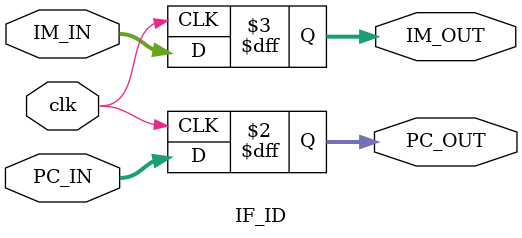
<source format=v>
`timescale 1ns / 1ps


module IF_ID(
    PC_IN, IM_IN, PC_OUT, IM_OUT, clk
    );
    input [7:0] PC_IN;
    input [31:0] IM_IN;
    input clk;
    output reg [7:0] PC_OUT;
    output reg [31:0] IM_OUT; 
    
    always@(negedge clk)
    begin
        PC_OUT = PC_IN;
        IM_OUT = IM_IN;
    end
endmodule

</source>
